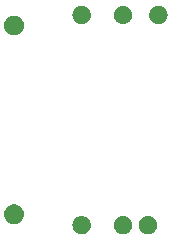
<source format=gbs>
%TF.GenerationSoftware,KiCad,Pcbnew,7.0.9*%
%TF.CreationDate,2024-03-23T01:13:53+08:00*%
%TF.ProjectId,8643____,38363433-4bd5-4a5e-932e-6b696361645f,rev?*%
%TF.SameCoordinates,Original*%
%TF.FileFunction,Soldermask,Bot*%
%TF.FilePolarity,Negative*%
%FSLAX46Y46*%
G04 Gerber Fmt 4.6, Leading zero omitted, Abs format (unit mm)*
G04 Created by KiCad (PCBNEW 7.0.9) date 2024-03-23 01:13:53*
%MOMM*%
%LPD*%
G01*
G04 APERTURE LIST*
G04 APERTURE END LIST*
G36*
X168038401Y-86127552D02*
G01*
X168079610Y-86127552D01*
X168126094Y-86137432D01*
X168171789Y-86142581D01*
X168205017Y-86154208D01*
X168239257Y-86161486D01*
X168288600Y-86183455D01*
X168336863Y-86200343D01*
X168361984Y-86216127D01*
X168388360Y-86227871D01*
X168437545Y-86263605D01*
X168484946Y-86293390D01*
X168501967Y-86310411D01*
X168520405Y-86323807D01*
X168565985Y-86374429D01*
X168608610Y-86417054D01*
X168618415Y-86432658D01*
X168629620Y-86445103D01*
X168667954Y-86511499D01*
X168701657Y-86565137D01*
X168705864Y-86577162D01*
X168711226Y-86586448D01*
X168738679Y-86670940D01*
X168759419Y-86730211D01*
X168760205Y-86737191D01*
X168761664Y-86741680D01*
X168774892Y-86867540D01*
X168779000Y-86904000D01*
X168774891Y-86940462D01*
X168761664Y-87066319D01*
X168760205Y-87070807D01*
X168759419Y-87077789D01*
X168738674Y-87137072D01*
X168711226Y-87221551D01*
X168705865Y-87230835D01*
X168701657Y-87242863D01*
X168667947Y-87296511D01*
X168629620Y-87362896D01*
X168618417Y-87375338D01*
X168608610Y-87390946D01*
X168565976Y-87433579D01*
X168520405Y-87484192D01*
X168501970Y-87497585D01*
X168484946Y-87514610D01*
X168437534Y-87544400D01*
X168388360Y-87580128D01*
X168361989Y-87591868D01*
X168336863Y-87607657D01*
X168288590Y-87624548D01*
X168239257Y-87646513D01*
X168205023Y-87653789D01*
X168171789Y-87665419D01*
X168126091Y-87670567D01*
X168079610Y-87680448D01*
X168038401Y-87680448D01*
X167998000Y-87685000D01*
X167957599Y-87680448D01*
X167916390Y-87680448D01*
X167869908Y-87670567D01*
X167824211Y-87665419D01*
X167790978Y-87653790D01*
X167756742Y-87646513D01*
X167707405Y-87624546D01*
X167659137Y-87607657D01*
X167634012Y-87591870D01*
X167607639Y-87580128D01*
X167558457Y-87544395D01*
X167511054Y-87514610D01*
X167494031Y-87497587D01*
X167475594Y-87484192D01*
X167430013Y-87433569D01*
X167387390Y-87390946D01*
X167377585Y-87375341D01*
X167366379Y-87362896D01*
X167328040Y-87296491D01*
X167294343Y-87242863D01*
X167290135Y-87230839D01*
X167284773Y-87221551D01*
X167257311Y-87137032D01*
X167236581Y-87077789D01*
X167235794Y-87070812D01*
X167234335Y-87066319D01*
X167221093Y-86940330D01*
X167217000Y-86904000D01*
X167221093Y-86867672D01*
X167234335Y-86741680D01*
X167235795Y-86737186D01*
X167236581Y-86730211D01*
X167257306Y-86670980D01*
X167284773Y-86586448D01*
X167290136Y-86577157D01*
X167294343Y-86565137D01*
X167328033Y-86511519D01*
X167366379Y-86445103D01*
X167377587Y-86432654D01*
X167387390Y-86417054D01*
X167430005Y-86374438D01*
X167475596Y-86323805D01*
X167494037Y-86310406D01*
X167511054Y-86293390D01*
X167558444Y-86263612D01*
X167607636Y-86227873D01*
X167634015Y-86216127D01*
X167659137Y-86200343D01*
X167707396Y-86183456D01*
X167756744Y-86161485D01*
X167790987Y-86154206D01*
X167824211Y-86142581D01*
X167869903Y-86137432D01*
X167916390Y-86127552D01*
X167957599Y-86127552D01*
X167998000Y-86123000D01*
X168038401Y-86127552D01*
G37*
G36*
X171538401Y-86127552D02*
G01*
X171579610Y-86127552D01*
X171626094Y-86137432D01*
X171671789Y-86142581D01*
X171705017Y-86154208D01*
X171739257Y-86161486D01*
X171788600Y-86183455D01*
X171836863Y-86200343D01*
X171861984Y-86216127D01*
X171888360Y-86227871D01*
X171937545Y-86263605D01*
X171984946Y-86293390D01*
X172001967Y-86310411D01*
X172020405Y-86323807D01*
X172065985Y-86374429D01*
X172108610Y-86417054D01*
X172118415Y-86432658D01*
X172129620Y-86445103D01*
X172167954Y-86511499D01*
X172201657Y-86565137D01*
X172205864Y-86577162D01*
X172211226Y-86586448D01*
X172238679Y-86670940D01*
X172259419Y-86730211D01*
X172260205Y-86737191D01*
X172261664Y-86741680D01*
X172274892Y-86867540D01*
X172279000Y-86904000D01*
X172274891Y-86940462D01*
X172261664Y-87066319D01*
X172260205Y-87070807D01*
X172259419Y-87077789D01*
X172238674Y-87137072D01*
X172211226Y-87221551D01*
X172205865Y-87230835D01*
X172201657Y-87242863D01*
X172167947Y-87296511D01*
X172129620Y-87362896D01*
X172118417Y-87375338D01*
X172108610Y-87390946D01*
X172065976Y-87433579D01*
X172020405Y-87484192D01*
X172001970Y-87497585D01*
X171984946Y-87514610D01*
X171937534Y-87544400D01*
X171888360Y-87580128D01*
X171861989Y-87591868D01*
X171836863Y-87607657D01*
X171788590Y-87624548D01*
X171739257Y-87646513D01*
X171705023Y-87653789D01*
X171671789Y-87665419D01*
X171626091Y-87670567D01*
X171579610Y-87680448D01*
X171538401Y-87680448D01*
X171498000Y-87685000D01*
X171457599Y-87680448D01*
X171416390Y-87680448D01*
X171369908Y-87670567D01*
X171324211Y-87665419D01*
X171290978Y-87653790D01*
X171256742Y-87646513D01*
X171207405Y-87624546D01*
X171159137Y-87607657D01*
X171134012Y-87591870D01*
X171107639Y-87580128D01*
X171058457Y-87544395D01*
X171011054Y-87514610D01*
X170994031Y-87497587D01*
X170975594Y-87484192D01*
X170930013Y-87433569D01*
X170887390Y-87390946D01*
X170877585Y-87375341D01*
X170866379Y-87362896D01*
X170828040Y-87296491D01*
X170794343Y-87242863D01*
X170790135Y-87230839D01*
X170784773Y-87221551D01*
X170757311Y-87137032D01*
X170736581Y-87077789D01*
X170735794Y-87070812D01*
X170734335Y-87066319D01*
X170721093Y-86940330D01*
X170717000Y-86904000D01*
X170721093Y-86867672D01*
X170734335Y-86741680D01*
X170735795Y-86737186D01*
X170736581Y-86730211D01*
X170757306Y-86670980D01*
X170784773Y-86586448D01*
X170790136Y-86577157D01*
X170794343Y-86565137D01*
X170828033Y-86511519D01*
X170866379Y-86445103D01*
X170877587Y-86432654D01*
X170887390Y-86417054D01*
X170930005Y-86374438D01*
X170975596Y-86323805D01*
X170994037Y-86310406D01*
X171011054Y-86293390D01*
X171058444Y-86263612D01*
X171107636Y-86227873D01*
X171134015Y-86216127D01*
X171159137Y-86200343D01*
X171207396Y-86183456D01*
X171256744Y-86161485D01*
X171290987Y-86154206D01*
X171324211Y-86142581D01*
X171369903Y-86137432D01*
X171416390Y-86127552D01*
X171457599Y-86127552D01*
X171498000Y-86123000D01*
X171538401Y-86127552D01*
G37*
G36*
X173646801Y-86127552D02*
G01*
X173688010Y-86127552D01*
X173734494Y-86137432D01*
X173780189Y-86142581D01*
X173813417Y-86154208D01*
X173847657Y-86161486D01*
X173897000Y-86183455D01*
X173945263Y-86200343D01*
X173970384Y-86216127D01*
X173996760Y-86227871D01*
X174045945Y-86263605D01*
X174093346Y-86293390D01*
X174110367Y-86310411D01*
X174128805Y-86323807D01*
X174174385Y-86374429D01*
X174217010Y-86417054D01*
X174226815Y-86432658D01*
X174238020Y-86445103D01*
X174276354Y-86511499D01*
X174310057Y-86565137D01*
X174314264Y-86577162D01*
X174319626Y-86586448D01*
X174347079Y-86670940D01*
X174367819Y-86730211D01*
X174368605Y-86737191D01*
X174370064Y-86741680D01*
X174383292Y-86867540D01*
X174387400Y-86904000D01*
X174383291Y-86940462D01*
X174370064Y-87066319D01*
X174368605Y-87070807D01*
X174367819Y-87077789D01*
X174347074Y-87137072D01*
X174319626Y-87221551D01*
X174314265Y-87230835D01*
X174310057Y-87242863D01*
X174276347Y-87296511D01*
X174238020Y-87362896D01*
X174226817Y-87375338D01*
X174217010Y-87390946D01*
X174174376Y-87433579D01*
X174128805Y-87484192D01*
X174110370Y-87497585D01*
X174093346Y-87514610D01*
X174045934Y-87544400D01*
X173996760Y-87580128D01*
X173970389Y-87591868D01*
X173945263Y-87607657D01*
X173896990Y-87624548D01*
X173847657Y-87646513D01*
X173813423Y-87653789D01*
X173780189Y-87665419D01*
X173734491Y-87670567D01*
X173688010Y-87680448D01*
X173646801Y-87680448D01*
X173606400Y-87685000D01*
X173565999Y-87680448D01*
X173524790Y-87680448D01*
X173478308Y-87670567D01*
X173432611Y-87665419D01*
X173399378Y-87653790D01*
X173365142Y-87646513D01*
X173315805Y-87624546D01*
X173267537Y-87607657D01*
X173242412Y-87591870D01*
X173216039Y-87580128D01*
X173166857Y-87544395D01*
X173119454Y-87514610D01*
X173102431Y-87497587D01*
X173083994Y-87484192D01*
X173038413Y-87433569D01*
X172995790Y-87390946D01*
X172985985Y-87375341D01*
X172974779Y-87362896D01*
X172936440Y-87296491D01*
X172902743Y-87242863D01*
X172898535Y-87230839D01*
X172893173Y-87221551D01*
X172865711Y-87137032D01*
X172844981Y-87077789D01*
X172844194Y-87070812D01*
X172842735Y-87066319D01*
X172829493Y-86940330D01*
X172825400Y-86904000D01*
X172829493Y-86867672D01*
X172842735Y-86741680D01*
X172844195Y-86737186D01*
X172844981Y-86730211D01*
X172865706Y-86670980D01*
X172893173Y-86586448D01*
X172898536Y-86577157D01*
X172902743Y-86565137D01*
X172936433Y-86511519D01*
X172974779Y-86445103D01*
X172985987Y-86432654D01*
X172995790Y-86417054D01*
X173038405Y-86374438D01*
X173083996Y-86323805D01*
X173102437Y-86310406D01*
X173119454Y-86293390D01*
X173166844Y-86263612D01*
X173216036Y-86227873D01*
X173242415Y-86216127D01*
X173267537Y-86200343D01*
X173315796Y-86183456D01*
X173365144Y-86161485D01*
X173399387Y-86154206D01*
X173432611Y-86142581D01*
X173478303Y-86137432D01*
X173524790Y-86127552D01*
X173565999Y-86127552D01*
X173606400Y-86123000D01*
X173646801Y-86127552D01*
G37*
G36*
X162539119Y-85200357D02*
G01*
X162700500Y-85272209D01*
X162843415Y-85376043D01*
X162961619Y-85507321D01*
X163049946Y-85660308D01*
X163104535Y-85828315D01*
X163123000Y-86004000D01*
X163104535Y-86179685D01*
X163049946Y-86347692D01*
X162961619Y-86500679D01*
X162843415Y-86631957D01*
X162700500Y-86735791D01*
X162539119Y-86807643D01*
X162366327Y-86844371D01*
X162189673Y-86844371D01*
X162016881Y-86807643D01*
X161855500Y-86735791D01*
X161712585Y-86631957D01*
X161594381Y-86500679D01*
X161506054Y-86347692D01*
X161451465Y-86179685D01*
X161433000Y-86004000D01*
X161451465Y-85828315D01*
X161506054Y-85660308D01*
X161594381Y-85507321D01*
X161712585Y-85376043D01*
X161855500Y-85272209D01*
X162016881Y-85200357D01*
X162189673Y-85163629D01*
X162366327Y-85163629D01*
X162539119Y-85200357D01*
G37*
G36*
X162539119Y-69200357D02*
G01*
X162700500Y-69272209D01*
X162843415Y-69376043D01*
X162961619Y-69507321D01*
X163049946Y-69660308D01*
X163104535Y-69828315D01*
X163123000Y-70004000D01*
X163104535Y-70179685D01*
X163049946Y-70347692D01*
X162961619Y-70500679D01*
X162843415Y-70631957D01*
X162700500Y-70735791D01*
X162539119Y-70807643D01*
X162366327Y-70844371D01*
X162189673Y-70844371D01*
X162016881Y-70807643D01*
X161855500Y-70735791D01*
X161712585Y-70631957D01*
X161594381Y-70500679D01*
X161506054Y-70347692D01*
X161451465Y-70179685D01*
X161433000Y-70004000D01*
X161451465Y-69828315D01*
X161506054Y-69660308D01*
X161594381Y-69507321D01*
X161712585Y-69376043D01*
X161855500Y-69272209D01*
X162016881Y-69200357D01*
X162189673Y-69163629D01*
X162366327Y-69163629D01*
X162539119Y-69200357D01*
G37*
G36*
X168038401Y-68327552D02*
G01*
X168079610Y-68327552D01*
X168126094Y-68337432D01*
X168171789Y-68342581D01*
X168205017Y-68354208D01*
X168239257Y-68361486D01*
X168288600Y-68383455D01*
X168336863Y-68400343D01*
X168361984Y-68416127D01*
X168388360Y-68427871D01*
X168437545Y-68463605D01*
X168484946Y-68493390D01*
X168501967Y-68510411D01*
X168520405Y-68523807D01*
X168565985Y-68574429D01*
X168608610Y-68617054D01*
X168618415Y-68632658D01*
X168629620Y-68645103D01*
X168667954Y-68711499D01*
X168701657Y-68765137D01*
X168705864Y-68777162D01*
X168711226Y-68786448D01*
X168738679Y-68870940D01*
X168759419Y-68930211D01*
X168760205Y-68937191D01*
X168761664Y-68941680D01*
X168774892Y-69067540D01*
X168779000Y-69104000D01*
X168774891Y-69140462D01*
X168761664Y-69266319D01*
X168760205Y-69270807D01*
X168759419Y-69277789D01*
X168738674Y-69337072D01*
X168711226Y-69421551D01*
X168705865Y-69430835D01*
X168701657Y-69442863D01*
X168667947Y-69496511D01*
X168629620Y-69562896D01*
X168618417Y-69575338D01*
X168608610Y-69590946D01*
X168565976Y-69633579D01*
X168520405Y-69684192D01*
X168501970Y-69697585D01*
X168484946Y-69714610D01*
X168437534Y-69744400D01*
X168388360Y-69780128D01*
X168361989Y-69791868D01*
X168336863Y-69807657D01*
X168288590Y-69824548D01*
X168239257Y-69846513D01*
X168205023Y-69853789D01*
X168171789Y-69865419D01*
X168126091Y-69870567D01*
X168079610Y-69880448D01*
X168038401Y-69880448D01*
X167998000Y-69885000D01*
X167957599Y-69880448D01*
X167916390Y-69880448D01*
X167869908Y-69870567D01*
X167824211Y-69865419D01*
X167790978Y-69853790D01*
X167756742Y-69846513D01*
X167707405Y-69824546D01*
X167659137Y-69807657D01*
X167634012Y-69791870D01*
X167607639Y-69780128D01*
X167558457Y-69744395D01*
X167511054Y-69714610D01*
X167494031Y-69697587D01*
X167475594Y-69684192D01*
X167430013Y-69633569D01*
X167387390Y-69590946D01*
X167377585Y-69575341D01*
X167366379Y-69562896D01*
X167328040Y-69496491D01*
X167294343Y-69442863D01*
X167290135Y-69430839D01*
X167284773Y-69421551D01*
X167257311Y-69337032D01*
X167236581Y-69277789D01*
X167235794Y-69270812D01*
X167234335Y-69266319D01*
X167221093Y-69140330D01*
X167217000Y-69104000D01*
X167221093Y-69067672D01*
X167234335Y-68941680D01*
X167235795Y-68937186D01*
X167236581Y-68930211D01*
X167257306Y-68870980D01*
X167284773Y-68786448D01*
X167290136Y-68777157D01*
X167294343Y-68765137D01*
X167328033Y-68711519D01*
X167366379Y-68645103D01*
X167377587Y-68632654D01*
X167387390Y-68617054D01*
X167430005Y-68574438D01*
X167475596Y-68523805D01*
X167494037Y-68510406D01*
X167511054Y-68493390D01*
X167558444Y-68463612D01*
X167607636Y-68427873D01*
X167634015Y-68416127D01*
X167659137Y-68400343D01*
X167707396Y-68383456D01*
X167756744Y-68361485D01*
X167790987Y-68354206D01*
X167824211Y-68342581D01*
X167869903Y-68337432D01*
X167916390Y-68327552D01*
X167957599Y-68327552D01*
X167998000Y-68323000D01*
X168038401Y-68327552D01*
G37*
G36*
X171538401Y-68327552D02*
G01*
X171579610Y-68327552D01*
X171626094Y-68337432D01*
X171671789Y-68342581D01*
X171705017Y-68354208D01*
X171739257Y-68361486D01*
X171788600Y-68383455D01*
X171836863Y-68400343D01*
X171861984Y-68416127D01*
X171888360Y-68427871D01*
X171937545Y-68463605D01*
X171984946Y-68493390D01*
X172001967Y-68510411D01*
X172020405Y-68523807D01*
X172065985Y-68574429D01*
X172108610Y-68617054D01*
X172118415Y-68632658D01*
X172129620Y-68645103D01*
X172167954Y-68711499D01*
X172201657Y-68765137D01*
X172205864Y-68777162D01*
X172211226Y-68786448D01*
X172238679Y-68870940D01*
X172259419Y-68930211D01*
X172260205Y-68937191D01*
X172261664Y-68941680D01*
X172274892Y-69067540D01*
X172279000Y-69104000D01*
X172274891Y-69140462D01*
X172261664Y-69266319D01*
X172260205Y-69270807D01*
X172259419Y-69277789D01*
X172238674Y-69337072D01*
X172211226Y-69421551D01*
X172205865Y-69430835D01*
X172201657Y-69442863D01*
X172167947Y-69496511D01*
X172129620Y-69562896D01*
X172118417Y-69575338D01*
X172108610Y-69590946D01*
X172065976Y-69633579D01*
X172020405Y-69684192D01*
X172001970Y-69697585D01*
X171984946Y-69714610D01*
X171937534Y-69744400D01*
X171888360Y-69780128D01*
X171861989Y-69791868D01*
X171836863Y-69807657D01*
X171788590Y-69824548D01*
X171739257Y-69846513D01*
X171705023Y-69853789D01*
X171671789Y-69865419D01*
X171626091Y-69870567D01*
X171579610Y-69880448D01*
X171538401Y-69880448D01*
X171498000Y-69885000D01*
X171457599Y-69880448D01*
X171416390Y-69880448D01*
X171369908Y-69870567D01*
X171324211Y-69865419D01*
X171290978Y-69853790D01*
X171256742Y-69846513D01*
X171207405Y-69824546D01*
X171159137Y-69807657D01*
X171134012Y-69791870D01*
X171107639Y-69780128D01*
X171058457Y-69744395D01*
X171011054Y-69714610D01*
X170994031Y-69697587D01*
X170975594Y-69684192D01*
X170930013Y-69633569D01*
X170887390Y-69590946D01*
X170877585Y-69575341D01*
X170866379Y-69562896D01*
X170828040Y-69496491D01*
X170794343Y-69442863D01*
X170790135Y-69430839D01*
X170784773Y-69421551D01*
X170757311Y-69337032D01*
X170736581Y-69277789D01*
X170735794Y-69270812D01*
X170734335Y-69266319D01*
X170721093Y-69140330D01*
X170717000Y-69104000D01*
X170721093Y-69067672D01*
X170734335Y-68941680D01*
X170735795Y-68937186D01*
X170736581Y-68930211D01*
X170757306Y-68870980D01*
X170784773Y-68786448D01*
X170790136Y-68777157D01*
X170794343Y-68765137D01*
X170828033Y-68711519D01*
X170866379Y-68645103D01*
X170877587Y-68632654D01*
X170887390Y-68617054D01*
X170930005Y-68574438D01*
X170975596Y-68523805D01*
X170994037Y-68510406D01*
X171011054Y-68493390D01*
X171058444Y-68463612D01*
X171107636Y-68427873D01*
X171134015Y-68416127D01*
X171159137Y-68400343D01*
X171207396Y-68383456D01*
X171256744Y-68361485D01*
X171290987Y-68354206D01*
X171324211Y-68342581D01*
X171369903Y-68337432D01*
X171416390Y-68327552D01*
X171457599Y-68327552D01*
X171498000Y-68323000D01*
X171538401Y-68327552D01*
G37*
G36*
X174538401Y-68327552D02*
G01*
X174579610Y-68327552D01*
X174626094Y-68337432D01*
X174671789Y-68342581D01*
X174705017Y-68354208D01*
X174739257Y-68361486D01*
X174788600Y-68383455D01*
X174836863Y-68400343D01*
X174861984Y-68416127D01*
X174888360Y-68427871D01*
X174937545Y-68463605D01*
X174984946Y-68493390D01*
X175001967Y-68510411D01*
X175020405Y-68523807D01*
X175065985Y-68574429D01*
X175108610Y-68617054D01*
X175118415Y-68632658D01*
X175129620Y-68645103D01*
X175167954Y-68711499D01*
X175201657Y-68765137D01*
X175205864Y-68777162D01*
X175211226Y-68786448D01*
X175238679Y-68870940D01*
X175259419Y-68930211D01*
X175260205Y-68937191D01*
X175261664Y-68941680D01*
X175274892Y-69067540D01*
X175279000Y-69104000D01*
X175274891Y-69140462D01*
X175261664Y-69266319D01*
X175260205Y-69270807D01*
X175259419Y-69277789D01*
X175238674Y-69337072D01*
X175211226Y-69421551D01*
X175205865Y-69430835D01*
X175201657Y-69442863D01*
X175167947Y-69496511D01*
X175129620Y-69562896D01*
X175118417Y-69575338D01*
X175108610Y-69590946D01*
X175065976Y-69633579D01*
X175020405Y-69684192D01*
X175001970Y-69697585D01*
X174984946Y-69714610D01*
X174937534Y-69744400D01*
X174888360Y-69780128D01*
X174861989Y-69791868D01*
X174836863Y-69807657D01*
X174788590Y-69824548D01*
X174739257Y-69846513D01*
X174705023Y-69853789D01*
X174671789Y-69865419D01*
X174626091Y-69870567D01*
X174579610Y-69880448D01*
X174538401Y-69880448D01*
X174498000Y-69885000D01*
X174457599Y-69880448D01*
X174416390Y-69880448D01*
X174369908Y-69870567D01*
X174324211Y-69865419D01*
X174290978Y-69853790D01*
X174256742Y-69846513D01*
X174207405Y-69824546D01*
X174159137Y-69807657D01*
X174134012Y-69791870D01*
X174107639Y-69780128D01*
X174058457Y-69744395D01*
X174011054Y-69714610D01*
X173994031Y-69697587D01*
X173975594Y-69684192D01*
X173930013Y-69633569D01*
X173887390Y-69590946D01*
X173877585Y-69575341D01*
X173866379Y-69562896D01*
X173828040Y-69496491D01*
X173794343Y-69442863D01*
X173790135Y-69430839D01*
X173784773Y-69421551D01*
X173757311Y-69337032D01*
X173736581Y-69277789D01*
X173735794Y-69270812D01*
X173734335Y-69266319D01*
X173721093Y-69140330D01*
X173717000Y-69104000D01*
X173721093Y-69067672D01*
X173734335Y-68941680D01*
X173735795Y-68937186D01*
X173736581Y-68930211D01*
X173757306Y-68870980D01*
X173784773Y-68786448D01*
X173790136Y-68777157D01*
X173794343Y-68765137D01*
X173828033Y-68711519D01*
X173866379Y-68645103D01*
X173877587Y-68632654D01*
X173887390Y-68617054D01*
X173930005Y-68574438D01*
X173975596Y-68523805D01*
X173994037Y-68510406D01*
X174011054Y-68493390D01*
X174058444Y-68463612D01*
X174107636Y-68427873D01*
X174134015Y-68416127D01*
X174159137Y-68400343D01*
X174207396Y-68383456D01*
X174256744Y-68361485D01*
X174290987Y-68354206D01*
X174324211Y-68342581D01*
X174369903Y-68337432D01*
X174416390Y-68327552D01*
X174457599Y-68327552D01*
X174498000Y-68323000D01*
X174538401Y-68327552D01*
G37*
M02*

</source>
